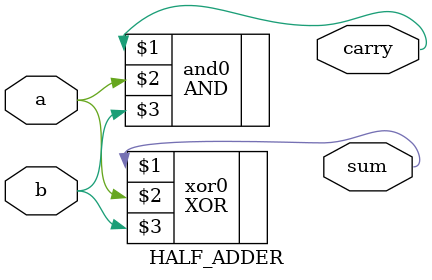
<source format=v>
module HALF_ADDER(sum,carry,a,b);
input a,b;
output carry,sum;
XOR xor0(sum,a,b);//sum = a + b
AND and0(carry,a,b);//carry = a&b
endmodule

</source>
